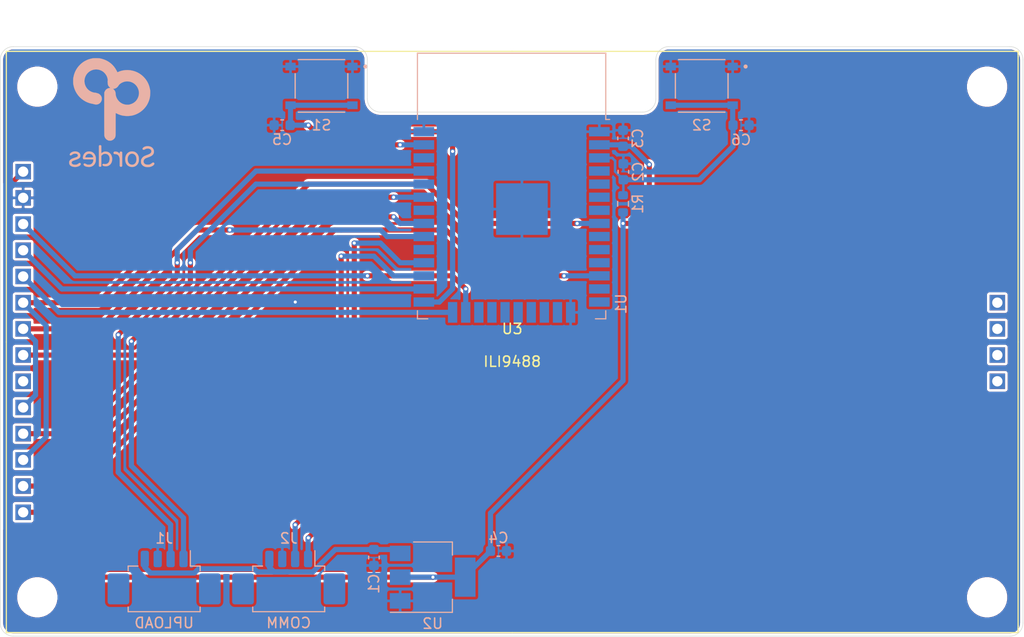
<source format=kicad_pcb>
(kicad_pcb (version 20171130) (host pcbnew "(5.1.12)-1")
  (layers (0 F.Cu signal) (31 B.Cu signal) (34 B.Paste user) (35 F.Paste user) (36 B.SilkS user) (37 F.SilkS user) (38 B.Mask user) (39 F.Mask user) (44 Edge.Cuts user))
  (net 0 "")
  (net 1 +5V)
  (net 2 GND)
  (net 3 /EN)
  (net 4 +3V3)
  (net 5 /IO0)
  (net 6 /TXD)
  (net 7 /RXD)
  (net 8 /TX)
  (net 9 /RX)
  (net 10 "Net-(U1-Pad4)")
  (net 11 "Net-(U1-Pad5)")
  (net 12 "Net-(U1-Pad6)")
  (net 13 "Net-(U1-Pad7)")
  (net 14 /IO32)
  (net 15 "Net-(U1-Pad9)")
  (net 16 "Net-(U1-Pad10)")
  (net 17 "Net-(U1-Pad11)")
  (net 18 /IO27)
  (net 19 "Net-(U1-Pad13)")
  (net 20 "Net-(U1-Pad14)")
  (net 21 "Net-(U1-Pad16)")
  (net 22 "Net-(U1-Pad17)")
  (net 23 "Net-(U1-Pad18)")
  (net 24 "Net-(U1-Pad19)")
  (net 25 "Net-(U1-Pad20)")
  (net 26 "Net-(U1-Pad21)")
  (net 27 "Net-(U1-Pad22)")
  (net 28 /IO15)
  (net 29 /IO2)
  (net 30 /IO4)
  (net 31 "Net-(U1-Pad29)")
  (net 32 /IO18)
  (net 33 /IO19)
  (net 34 "Net-(U1-Pad32)")
  (net 35 /IO21)
  (net 36 "Net-(U1-Pad36)")
  (net 37 /IO23)
  (net 38 "Net-(U3-Pad9)")
  (net 39 "Net-(U3-Pad15)")
  (net 40 "Net-(U3-Pad16)")
  (net 41 "Net-(U3-Pad17)")
  (net 42 "Net-(U3-Pad18)")
  (module KIcad:sordes (layer B.Cu) (at 113.03 64.77 180)
    (fp_text reference G*** hide)
    (fp_text value LOGO hide)
  )
  (module Capacitor_SMD:C_0603_1608Metric (layer B.Cu) (at 138.43 107.95 270)
    (fp_text reference C1 (at 2.54 0 90) (layer B.SilkS) (effects (justify mirror)))
    (fp_text value 100nf)
    (pad 1 smd roundrect (at -0.775 0 270) (size 0.9 0.95) (layers B.Cu B.Paste B.Mask) (net 1 +5V))
    (pad 2 smd roundrect (at 0.775 0 270) (size 0.9 0.95) (layers B.Cu B.Paste B.Mask) (net 2 GND))
  )
  (module Capacitor_SMD:C_0603_1608Metric (layer B.Cu) (at 162.589999 70.554999 90)
    (fp_text reference C2 (at 0 1.43 90) (layer B.SilkS) (effects (justify mirror)))
    (fp_text value 100nf)
    (pad 2 smd roundrect (at 0.775 0 90) (size 0.9 0.95) (layers B.Cu B.Paste B.Mask) (net 2 GND))
    (pad 1 smd roundrect (at -0.775 0 90) (size 0.9 0.95) (layers B.Cu B.Paste B.Mask) (net 3 /EN))
  )
  (module Capacitor_SMD:C_0603_1608Metric (layer B.Cu) (at 162.56 67.31 90)
    (fp_text reference C3 (at 0 1.43 90) (layer B.SilkS) (effects (justify mirror)))
    (fp_text value 100nf)
    (pad 1 smd roundrect (at -0.775 0 90) (size 0.9 0.95) (layers B.Cu B.Paste B.Mask) (net 4 +3V3))
    (pad 2 smd roundrect (at 0.775 0 90) (size 0.9 0.95) (layers B.Cu B.Paste B.Mask) (net 2 GND))
  )
  (module Capacitor_SMD:C_0603_1608Metric (layer B.Cu) (at 150.495 107.315)
    (fp_text reference C4 (at 0 -1.27) (layer B.SilkS) (effects (justify mirror)))
    (fp_text value 100nf)
    (pad 2 smd roundrect (at 0.775 0) (size 0.9 0.95) (layers B.Cu B.Paste B.Mask) (net 2 GND))
    (pad 1 smd roundrect (at -0.775 0) (size 0.9 0.95) (layers B.Cu B.Paste B.Mask) (net 4 +3V3))
  )
  (module Capacitor_SMD:C_0603_1608Metric (layer B.Cu) (at 129.54 66.04 180)
    (fp_text reference C5 (at 0 -1.397) (layer B.SilkS) (effects (justify mirror)))
    (fp_text value 100nf)
    (pad 2 smd roundrect (at 0.775 0 180) (size 0.9 0.95) (layers B.Cu B.Paste B.Mask) (net 2 GND))
    (pad 1 smd roundrect (at -0.775 0 180) (size 0.9 0.95) (layers B.Cu B.Paste B.Mask) (net 5 /IO0))
  )
  (module Capacitor_SMD:C_0603_1608Metric (layer B.Cu) (at 173.99 66.04)
    (fp_text reference C6 (at 0 1.43) (layer B.SilkS) (effects (justify mirror)))
    (fp_text value 100nf)
    (pad 1 smd roundrect (at -0.775 0) (size 0.9 0.95) (layers B.Cu B.Paste B.Mask) (net 3 /EN))
    (pad 2 smd roundrect (at 0.775 0) (size 0.9 0.95) (layers B.Cu B.Paste B.Mask) (net 2 GND))
  )
  (module Connector_Molex:Molex_PicoBlade_53261-0471_1x04-1MP_P1.25mm_Horizontal (layer B.Cu) (at 118.11 110.49 180)
    (fp_text reference J1 (at 0 4.4) (layer B.SilkS) (effects (justify mirror)))
    (fp_text value UPLOAD (at 0 -3.8) (layer B.SilkS) (effects (justify mirror)))
    (pad MP smd roundrect (at 4.425 -0.5 180) (size 2.1 3) (layers B.Cu B.Paste B.Mask) (roundrect_rratio 0.119047619047619))
    (pad MP smd roundrect (at -4.425 -0.5 180) (size 2.1 3) (layers B.Cu B.Paste B.Mask) (roundrect_rratio 0.119047619047619))
    (pad 4 smd roundrect (at 1.875 2.4 180) (size 0.8 1.6) (layers B.Cu B.Paste B.Mask) (net 1 +5V))
    (pad 3 smd roundrect (at 0.625 2.4 180) (size 0.8 1.6) (layers B.Cu B.Paste B.Mask) (net 2 GND))
    (pad 2 smd roundrect (at -0.625 2.4 180) (size 0.8 1.6) (layers B.Cu B.Paste B.Mask) (net 6 /TXD))
    (pad 1 smd roundrect (at -1.875 2.4 180) (size 0.8 1.6) (layers B.Cu B.Paste B.Mask) (net 7 /RXD))
  )
  (module Connector_Molex:Molex_PicoBlade_53261-0471_1x04-1MP_P1.25mm_Horizontal (layer B.Cu) (at 130.175 110.49 180)
    (fp_text reference J2 (at 0 4.4) (layer B.SilkS) (effects (justify mirror)))
    (fp_text value COMM (at 0 -3.8) (layer B.SilkS) (effects (justify mirror)))
    (pad 1 smd roundrect (at -1.875 2.4 180) (size 0.8 1.6) (layers B.Cu B.Paste B.Mask) (net 8 /TX))
    (pad 2 smd roundrect (at -0.625 2.4 180) (size 0.8 1.6) (layers B.Cu B.Paste B.Mask) (net 9 /RX))
    (pad 3 smd roundrect (at 0.625 2.4 180) (size 0.8 1.6) (layers B.Cu B.Paste B.Mask) (net 2 GND))
    (pad 4 smd roundrect (at 1.875 2.4 180) (size 0.8 1.6) (layers B.Cu B.Paste B.Mask) (net 1 +5V))
    (pad MP smd roundrect (at -4.425 -0.5 180) (size 2.1 3) (layers B.Cu B.Paste B.Mask) (roundrect_rratio 0.119047619047619))
    (pad MP smd roundrect (at 4.425 -0.5 180) (size 2.1 3) (layers B.Cu B.Paste B.Mask) (roundrect_rratio 0.119047619047619))
  )
  (module Resistor_SMD:R_0603_1608Metric (layer B.Cu) (at 162.56 73.66 90)
    (fp_text reference R1 (at 0 1.43 90) (layer B.SilkS) (effects (justify mirror)))
    (fp_text value 10k)
    (pad 1 smd roundrect (at -0.825 0 90) (size 0.8 0.95) (layers B.Cu B.Paste B.Mask) (net 4 +3V3))
    (pad 2 smd roundrect (at 0.825 0 90) (size 0.8 0.95) (layers B.Cu B.Paste B.Mask) (net 3 /EN))
  )
  (module KIcad:SW_TS-1187A-B-A-B (layer B.Cu) (at 133.35 62.23 180)
    (fp_text reference S1 (at 0 -3.81) (layer B.SilkS) (effects (justify mirror)))
    (fp_text value IO0)
    (pad A smd rect (at -3 1.875 180) (size 1 0.75) (layers B.Cu B.Paste B.Mask) (net 2 GND))
    (pad B smd rect (at 3 1.875 180) (size 1 0.75) (layers B.Cu B.Paste B.Mask) (net 2 GND))
    (pad C smd rect (at -3 -1.875 180) (size 1 0.75) (layers B.Cu B.Paste B.Mask) (net 5 /IO0))
    (pad D smd rect (at 3 -1.875 180) (size 1 0.75) (layers B.Cu B.Paste B.Mask) (net 5 /IO0))
  )
  (module KIcad:SW_TS-1187A-B-A-B (layer B.Cu) (at 170.18 62.23 180)
    (fp_text reference S2 (at 0 -3.81) (layer B.SilkS) (effects (justify mirror)))
    (fp_text value EN)
    (pad D smd rect (at 3 -1.875 180) (size 1 0.75) (layers B.Cu B.Paste B.Mask) (net 3 /EN))
    (pad C smd rect (at -3 -1.875 180) (size 1 0.75) (layers B.Cu B.Paste B.Mask) (net 3 /EN))
    (pad B smd rect (at 3 1.875 180) (size 1 0.75) (layers B.Cu B.Paste B.Mask) (net 2 GND))
    (pad A smd rect (at -3 1.875 180) (size 1 0.75) (layers B.Cu B.Paste B.Mask) (net 2 GND))
  )
  (module RF_Module:ESP32-WROOM-32 (layer B.Cu) (at 151.765 74.93 180)
    (fp_text reference U1 (at -10.61 -8.43 270) (layer B.SilkS) (effects (justify mirror)))
    (fp_text value ESP32-WROOM-32)
    (pad 39 smd rect (at -1 0.755 180) (size 5 5) (layers B.Cu B.Paste B.Mask) (net 2 GND))
    (pad 1 smd rect (at -8.5 8.255 180) (size 2 0.9) (layers B.Cu B.Paste B.Mask) (net 2 GND))
    (pad 2 smd rect (at -8.5 6.985 180) (size 2 0.9) (layers B.Cu B.Paste B.Mask) (net 4 +3V3))
    (pad 3 smd rect (at -8.5 5.715 180) (size 2 0.9) (layers B.Cu B.Paste B.Mask) (net 3 /EN))
    (pad 4 smd rect (at -8.5 4.445 180) (size 2 0.9) (layers B.Cu B.Paste B.Mask) (net 10 "Net-(U1-Pad4)"))
    (pad 5 smd rect (at -8.5 3.175 180) (size 2 0.9) (layers B.Cu B.Paste B.Mask) (net 11 "Net-(U1-Pad5)"))
    (pad 6 smd rect (at -8.5 1.905 180) (size 2 0.9) (layers B.Cu B.Paste B.Mask) (net 12 "Net-(U1-Pad6)"))
    (pad 7 smd rect (at -8.5 0.635 180) (size 2 0.9) (layers B.Cu B.Paste B.Mask) (net 13 "Net-(U1-Pad7)"))
    (pad 8 smd rect (at -8.5 -0.635 180) (size 2 0.9) (layers B.Cu B.Paste B.Mask) (net 14 /IO32))
    (pad 9 smd rect (at -8.5 -1.905 180) (size 2 0.9) (layers B.Cu B.Paste B.Mask) (net 15 "Net-(U1-Pad9)"))
    (pad 10 smd rect (at -8.5 -3.175 180) (size 2 0.9) (layers B.Cu B.Paste B.Mask) (net 16 "Net-(U1-Pad10)"))
    (pad 11 smd rect (at -8.5 -4.445 180) (size 2 0.9) (layers B.Cu B.Paste B.Mask) (net 17 "Net-(U1-Pad11)"))
    (pad 12 smd rect (at -8.5 -5.715 180) (size 2 0.9) (layers B.Cu B.Paste B.Mask) (net 18 /IO27))
    (pad 13 smd rect (at -8.5 -6.985 180) (size 2 0.9) (layers B.Cu B.Paste B.Mask) (net 19 "Net-(U1-Pad13)"))
    (pad 14 smd rect (at -8.5 -8.255 180) (size 2 0.9) (layers B.Cu B.Paste B.Mask) (net 20 "Net-(U1-Pad14)"))
    (pad 15 smd rect (at -5.715 -9.255 90) (size 2 0.9) (layers B.Cu B.Paste B.Mask) (net 2 GND))
    (pad 16 smd rect (at -4.445 -9.255 90) (size 2 0.9) (layers B.Cu B.Paste B.Mask) (net 21 "Net-(U1-Pad16)"))
    (pad 17 smd rect (at -3.175 -9.255 90) (size 2 0.9) (layers B.Cu B.Paste B.Mask) (net 22 "Net-(U1-Pad17)"))
    (pad 18 smd rect (at -1.905 -9.255 90) (size 2 0.9) (layers B.Cu B.Paste B.Mask) (net 23 "Net-(U1-Pad18)"))
    (pad 19 smd rect (at -0.635 -9.255 90) (size 2 0.9) (layers B.Cu B.Paste B.Mask) (net 24 "Net-(U1-Pad19)"))
    (pad 20 smd rect (at 0.635 -9.255 90) (size 2 0.9) (layers B.Cu B.Paste B.Mask) (net 25 "Net-(U1-Pad20)"))
    (pad 21 smd rect (at 1.905 -9.255 90) (size 2 0.9) (layers B.Cu B.Paste B.Mask) (net 26 "Net-(U1-Pad21)"))
    (pad 22 smd rect (at 3.175 -9.255 90) (size 2 0.9) (layers B.Cu B.Paste B.Mask) (net 27 "Net-(U1-Pad22)"))
    (pad 23 smd rect (at 4.445 -9.255 90) (size 2 0.9) (layers B.Cu B.Paste B.Mask) (net 28 /IO15))
    (pad 24 smd rect (at 5.715 -9.255 90) (size 2 0.9) (layers B.Cu B.Paste B.Mask) (net 29 /IO2))
    (pad 25 smd rect (at 8.5 -8.255 180) (size 2 0.9) (layers B.Cu B.Paste B.Mask) (net 5 /IO0))
    (pad 26 smd rect (at 8.5 -6.985 180) (size 2 0.9) (layers B.Cu B.Paste B.Mask) (net 30 /IO4))
    (pad 27 smd rect (at 8.5 -5.715 180) (size 2 0.9) (layers B.Cu B.Paste B.Mask) (net 9 /RX))
    (pad 28 smd rect (at 8.5 -4.445 180) (size 2 0.9) (layers B.Cu B.Paste B.Mask) (net 8 /TX))
    (pad 29 smd rect (at 8.5 -3.175 180) (size 2 0.9) (layers B.Cu B.Paste B.Mask) (net 31 "Net-(U1-Pad29)"))
    (pad 30 smd rect (at 8.5 -1.905 180) (size 2 0.9) (layers B.Cu B.Paste B.Mask) (net 32 /IO18))
    (pad 31 smd rect (at 8.5 -0.635 180) (size 2 0.9) (layers B.Cu B.Paste B.Mask) (net 33 /IO19))
    (pad 32 smd rect (at 8.5 0.635 180) (size 2 0.9) (layers B.Cu B.Paste B.Mask) (net 34 "Net-(U1-Pad32)"))
    (pad 33 smd rect (at 8.5 1.905 180) (size 2 0.9) (layers B.Cu B.Paste B.Mask) (net 35 /IO21))
    (pad 34 smd rect (at 8.5 3.175 180) (size 2 0.9) (layers B.Cu B.Paste B.Mask) (net 7 /RXD))
    (pad 35 smd rect (at 8.5 4.445 180) (size 2 0.9) (layers B.Cu B.Paste B.Mask) (net 6 /TXD))
    (pad 36 smd rect (at 8.5 5.715 180) (size 2 0.9) (layers B.Cu B.Paste B.Mask) (net 36 "Net-(U1-Pad36)"))
    (pad 37 smd rect (at 8.5 6.985 180) (size 2 0.9) (layers B.Cu B.Paste B.Mask) (net 37 /IO23))
    (pad 38 smd rect (at 8.5 8.255 180) (size 2 0.9) (layers B.Cu B.Paste B.Mask) (net 2 GND))
  )
  (module Package_TO_SOT_SMD:SOT-223-3_TabPin2 (layer B.Cu) (at 144.12 109.855)
    (fp_text reference U2 (at 0 4.5) (layer B.SilkS) (effects (justify mirror)))
    (fp_text value AMS1117-3.3)
    (pad 2 smd rect (at 3.15 0) (size 2 3.8) (layers B.Cu B.Paste B.Mask) (net 4 +3V3))
    (pad 2 smd rect (at -3.15 0) (size 2 1.5) (layers B.Cu B.Paste B.Mask) (net 4 +3V3))
    (pad 3 smd rect (at -3.15 -2.3) (size 2 1.5) (layers B.Cu B.Paste B.Mask) (net 1 +5V))
    (pad 1 smd rect (at -3.15 2.3) (size 2 1.5) (layers B.Cu B.Paste B.Mask) (net 2 GND))
  )
  (module KIcad:ILI9488 (layer F.Cu) (at 151.825001 87.055001)
    (fp_text reference U3 (at 0 -1.27) (layer F.SilkS))
    (fp_text value ILI9488 (at 0 1.905) (layer F.SilkS))
    (pad "" np_thru_hole circle (at -46 -24.75) (size 3.4 3.4) (drill 3.4) (layers *.Cu *.Mask))
    (pad "" np_thru_hole circle (at -46 24.75) (size 3.4 3.4) (drill 3.4) (layers *.Cu *.Mask))
    (pad "" np_thru_hole circle (at 46 24.75) (size 3.4 3.4) (drill 3.4) (layers *.Cu *.Mask))
    (pad "" np_thru_hole circle (at 46 -24.75) (size 3.4 3.4) (drill 3.4) (layers *.Cu *.Mask))
    (pad 1 thru_hole rect (at -47.371 -16.51) (size 1.5 1.5) (drill 1) (layers *.Cu *.Mask) (net 4 +3V3))
    (pad 2 thru_hole rect (at -47.371 -13.97) (size 1.5 1.5) (drill 1) (layers *.Cu *.Mask) (net 2 GND))
    (pad 3 thru_hole rect (at -47.371 -11.43) (size 1.5 1.5) (drill 1) (layers *.Cu *.Mask) (net 28 /IO15))
    (pad 4 thru_hole rect (at -47.371 -8.89) (size 1.5 1.5) (drill 1) (layers *.Cu *.Mask) (net 30 /IO4))
    (pad 5 thru_hole rect (at -47.371 -6.35) (size 1.5 1.5) (drill 1) (layers *.Cu *.Mask) (net 29 /IO2))
    (pad 6 thru_hole rect (at -47.371 -3.81) (size 1.5 1.5) (drill 1) (layers *.Cu *.Mask) (net 37 /IO23))
    (pad 7 thru_hole rect (at -47.371 -1.27) (size 1.5 1.5) (drill 1) (layers *.Cu *.Mask) (net 32 /IO18))
    (pad 8 thru_hole rect (at -47.371 1.27) (size 1.5 1.5) (drill 1) (layers *.Cu *.Mask) (net 14 /IO32))
    (pad 9 thru_hole rect (at -47.371 3.81) (size 1.5 1.5) (drill 1) (layers *.Cu *.Mask) (net 38 "Net-(U3-Pad9)"))
    (pad 10 thru_hole rect (at -47.371 6.35) (size 1.5 1.5) (drill 1) (layers *.Cu *.Mask) (net 32 /IO18))
    (pad 11 thru_hole rect (at -47.371 8.89) (size 1.5 1.5) (drill 1) (layers *.Cu *.Mask) (net 35 /IO21))
    (pad 12 thru_hole rect (at -47.371 11.43) (size 1.5 1.5) (drill 1) (layers *.Cu *.Mask) (net 37 /IO23))
    (pad 13 thru_hole rect (at -47.371 13.97) (size 1.5 1.5) (drill 1) (layers *.Cu *.Mask) (net 33 /IO19))
    (pad 14 thru_hole rect (at -47.371 16.51) (size 1.5 1.5) (drill 1) (layers *.Cu *.Mask) (net 18 /IO27))
    (pad 15 thru_hole rect (at 46.99 -3.81) (size 1.5 1.5) (drill 1) (layers *.Cu *.Mask) (net 39 "Net-(U3-Pad15)"))
    (pad 16 thru_hole rect (at 46.99 -1.27) (size 1.5 1.5) (drill 1) (layers *.Cu *.Mask) (net 40 "Net-(U3-Pad16)"))
    (pad 17 thru_hole rect (at 46.99 1.27) (size 1.5 1.5) (drill 1) (layers *.Cu *.Mask) (net 41 "Net-(U3-Pad17)"))
    (pad 18 thru_hole rect (at 46.99 3.81) (size 1.5 1.5) (drill 1) (layers *.Cu *.Mask) (net 42 "Net-(U3-Pad18)"))
  )
  (gr_line (start 200.025 58.42) (end 167.005 58.42) (layer Edge.Cuts) (width 0.05))
  (gr_line (start 201.295 114.3) (end 201.295 59.69) (layer Edge.Cuts) (width 0.05))
  (gr_line (start 103.505 115.57) (end 200.025 115.57) (layer Edge.Cuts) (width 0.05))
  (gr_line (start 102.235 59.69) (end 102.235 114.3) (layer Edge.Cuts) (width 0.05))
  (gr_line (start 103.505 58.42) (end 136.525 58.42) (layer Edge.Cuts) (width 0.05))
  (gr_arc (start 103.505 59.69) (end 103.505 58.42) (angle -90) (layer Edge.Cuts) (width 0.05))
  (gr_arc (start 103.505 114.3) (end 102.235 114.3) (angle -90) (layer Edge.Cuts) (width 0.05))
  (gr_arc (start 200.025 114.3) (end 200.025 115.57) (angle -90) (layer Edge.Cuts) (width 0.05))
  (gr_arc (start 200.025 59.69) (end 201.295 59.69) (angle -90) (layer Edge.Cuts) (width 0.05))
  (gr_line (start 165.735 63.5) (end 165.735 59.69) (layer Edge.Cuts) (width 0.05))
  (gr_line (start 139.065 64.77) (end 164.465 64.77) (layer Edge.Cuts) (width 0.05))
  (gr_line (start 137.795 59.69) (end 137.795 63.5) (layer Edge.Cuts) (width 0.05))
  (gr_arc (start 136.525 59.69) (end 137.795 59.69) (angle -90) (layer Edge.Cuts) (width 0.05))
  (gr_arc (start 167.005 59.69) (end 167.005 58.42) (angle -90) (layer Edge.Cuts) (width 0.05))
  (gr_arc (start 139.065 63.5) (end 137.795 63.5) (angle -90) (layer Edge.Cuts) (width 0.05))
  (gr_arc (start 164.465 63.5) (end 164.465 64.77) (angle -90) (layer Edge.Cuts) (width 0.05))
  (segment (start 116.795044 109.450044) (end 121.03499 109.450044) (width 0.5) (layer B.Cu) (net 1))
  (segment (start 116.235 108.89) (end 116.795044 109.450044) (width 0.5) (layer B.Cu) (net 1))
  (segment (start 116.235 108.09) (end 116.235 108.89) (width 0.5) (layer B.Cu) (net 1))
  (segment (start 121.445044 109.03999) (end 121.03499 109.450044) (width 0.5) (layer B.Cu) (net 1))
  (segment (start 126.839956 109.03999) (end 121.445044 109.03999) (width 0.5) (layer B.Cu) (net 1))
  (segment (start 127.139976 109.34001) (end 126.839956 109.03999) (width 0.5) (layer B.Cu) (net 1))
  (segment (start 134.684254 107.175) (end 132.519244 109.34001) (width 0.5) (layer B.Cu) (net 1))
  (segment (start 138.43 107.175) (end 134.684254 107.175) (width 0.5) (layer B.Cu) (net 1))
  (segment (start 128.75001 109.34001) (end 130.05499 109.34001) (width 0.5) (layer B.Cu) (net 1))
  (segment (start 128.3 108.89) (end 128.75001 109.34001) (width 0.5) (layer B.Cu) (net 1))
  (segment (start 128.3 108.09) (end 128.3 108.89) (width 0.5) (layer B.Cu) (net 1))
  (segment (start 130.05499 109.34001) (end 127.139976 109.34001) (width 0.5) (layer B.Cu) (net 1))
  (segment (start 132.519244 109.34001) (end 130.05499 109.34001) (width 0.5) (layer B.Cu) (net 1))
  (segment (start 140.59 107.175) (end 140.97 107.555) (width 0.5) (layer B.Cu) (net 1))
  (segment (start 138.43 107.175) (end 140.59 107.175) (width 0.5) (layer B.Cu) (net 1))
  (via (at 130.81 83.185) (size 0.5) (drill 0.3) (layers F.Cu B.Cu) (net 2))
  (segment (start 161.789989 70.529989) (end 162.589999 71.329999) (width 0.25) (layer B.Cu) (net 3))
  (segment (start 161.789989 69.489989) (end 161.789989 70.529989) (width 0.25) (layer B.Cu) (net 3))
  (segment (start 161.515 69.215) (end 161.789989 69.489989) (width 0.25) (layer B.Cu) (net 3))
  (segment (start 160.265 69.215) (end 161.515 69.215) (width 0.25) (layer B.Cu) (net 3))
  (segment (start 162.589999 72.805001) (end 162.56 72.835) (width 0.25) (layer B.Cu) (net 3))
  (segment (start 162.589999 71.329999) (end 162.589999 72.805001) (width 0.25) (layer B.Cu) (net 3))
  (segment (start 167.18 64.105) (end 173.18 64.105) (width 0.5) (layer B.Cu) (net 3))
  (segment (start 173.18 66.005) (end 173.215 66.04) (width 0.5) (layer B.Cu) (net 3))
  (segment (start 173.18 64.105) (end 173.18 66.005) (width 0.5) (layer B.Cu) (net 3))
  (segment (start 173.215 66.04) (end 173.215 68.085) (width 0.5) (layer B.Cu) (net 3))
  (segment (start 169.970001 71.329999) (end 162.589999 71.329999) (width 0.5) (layer B.Cu) (net 3))
  (segment (start 173.215 68.085) (end 169.970001 71.329999) (width 0.5) (layer B.Cu) (net 3))
  (segment (start 140.97 109.855) (end 147.27 109.855) (width 0.5) (layer B.Cu) (net 4))
  (segment (start 147.27 109.765) (end 149.72 107.315) (width 0.5) (layer B.Cu) (net 4))
  (segment (start 147.27 109.855) (end 147.27 109.765) (width 0.5) (layer B.Cu) (net 4))
  (segment (start 149.72 107.315) (end 149.72 103.645) (width 0.5) (layer B.Cu) (net 4))
  (segment (start 162.56 90.805) (end 162.56 75.565) (width 0.5) (layer B.Cu) (net 4))
  (segment (start 149.72 103.645) (end 162.56 90.805) (width 0.5) (layer B.Cu) (net 4))
  (segment (start 162.42 67.945) (end 162.56 68.085) (width 0.5) (layer B.Cu) (net 4))
  (segment (start 160.265 67.945) (end 162.42 67.945) (width 0.5) (layer B.Cu) (net 4))
  (segment (start 162.56 68.085) (end 163.335 68.085) (width 0.5) (layer B.Cu) (net 4))
  (segment (start 163.335 68.085) (end 165.1 69.85) (width 0.5) (layer B.Cu) (net 4))
  (via (at 165.1 69.85) (size 0.5) (drill 0.3) (layers F.Cu B.Cu) (net 4))
  (segment (start 162.56 75.565) (end 162.56 74.485) (width 0.5) (layer B.Cu) (net 4))
  (via (at 162.56 75.565) (size 0.5) (drill 0.3) (layers F.Cu B.Cu) (net 4))
  (segment (start 162.56 75.565) (end 163.195 75.565) (width 0.5) (layer F.Cu) (net 4))
  (segment (start 165.1 73.66) (end 165.1 69.85) (width 0.5) (layer F.Cu) (net 4))
  (segment (start 163.195 75.565) (end 165.1 73.66) (width 0.5) (layer F.Cu) (net 4))
  (segment (start 104.454001 70.545001) (end 102.87 72.129002) (width 0.5) (layer F.Cu) (net 4))
  (segment (start 102.87 104.775) (end 107.95 109.855) (width 0.5) (layer F.Cu) (net 4))
  (segment (start 102.87 72.129002) (end 102.87 104.775) (width 0.5) (layer F.Cu) (net 4))
  (segment (start 107.95 109.855) (end 144.145 109.855) (width 0.5) (layer F.Cu) (net 4))
  (segment (start 144.145 109.855) (end 144.145 109.855) (width 0.5) (layer F.Cu) (net 4))
  (via (at 144.145 109.855) (size 0.5) (drill 0.3) (layers F.Cu B.Cu) (net 4))
  (segment (start 144.765 83.185) (end 146.05 81.9) (width 0.5) (layer B.Cu) (net 5))
  (segment (start 143.265 83.185) (end 144.765 83.185) (width 0.5) (layer B.Cu) (net 5))
  (segment (start 146.05 81.9) (end 146.05 68.58) (width 0.5) (layer B.Cu) (net 5))
  (via (at 146.05 68.58) (size 0.5) (drill 0.3) (layers F.Cu B.Cu) (net 5))
  (segment (start 146.05 68.58) (end 146.05 67.945) (width 0.5) (layer F.Cu) (net 5))
  (segment (start 146.05 67.945) (end 144.78 66.675) (width 0.5) (layer F.Cu) (net 5))
  (segment (start 144.78 66.675) (end 132.715 66.675) (width 0.5) (layer F.Cu) (net 5))
  (segment (start 132.715 66.675) (end 132.08 66.04) (width 0.5) (layer F.Cu) (net 5))
  (via (at 132.08 66.04) (size 0.5) (drill 0.3) (layers F.Cu B.Cu) (net 5))
  (segment (start 130.315 66.04) (end 132.08 66.04) (width 0.5) (layer B.Cu) (net 5))
  (segment (start 130.35 64.105) (end 136.35 64.105) (width 0.5) (layer B.Cu) (net 5))
  (segment (start 130.35 66.005) (end 130.315 66.04) (width 0.5) (layer B.Cu) (net 5))
  (segment (start 130.35 64.105) (end 130.35 66.005) (width 0.5) (layer B.Cu) (net 5))
  (segment (start 143.265 70.485) (end 127 70.485) (width 0.5) (layer B.Cu) (net 6))
  (segment (start 127 70.485) (end 119.38 78.105) (width 0.5) (layer B.Cu) (net 6))
  (segment (start 119.38 78.105) (end 119.38 79.375) (width 0.5) (layer B.Cu) (net 6))
  (via (at 119.38 79.375) (size 0.5) (drill 0.3) (layers F.Cu B.Cu) (net 6))
  (segment (start 119.38 79.375) (end 119.38 80.645) (width 0.5) (layer F.Cu) (net 6))
  (segment (start 119.38 80.645) (end 113.665 86.36) (width 0.5) (layer F.Cu) (net 6))
  (via (at 113.665 86.36) (size 0.5) (drill 0.3) (layers F.Cu B.Cu) (net 6))
  (segment (start 113.665 86.36) (end 113.665 99.695) (width 0.5) (layer B.Cu) (net 6))
  (segment (start 118.735 104.765) (end 118.735 108.09) (width 0.5) (layer B.Cu) (net 6))
  (segment (start 113.665 99.695) (end 118.735 104.765) (width 0.5) (layer B.Cu) (net 6))
  (segment (start 143.265 71.755) (end 127 71.755) (width 0.5) (layer B.Cu) (net 7))
  (segment (start 127 71.755) (end 120.65 78.105) (width 0.5) (layer B.Cu) (net 7))
  (segment (start 120.65 78.105) (end 120.65 79.375) (width 0.5) (layer B.Cu) (net 7))
  (via (at 120.65 79.375) (size 0.5) (drill 0.3) (layers F.Cu B.Cu) (net 7))
  (segment (start 120.65 79.375) (end 120.65 81.28) (width 0.5) (layer F.Cu) (net 7))
  (segment (start 120.65 81.28) (end 114.935 86.995) (width 0.5) (layer F.Cu) (net 7))
  (via (at 114.935 86.995) (size 0.5) (drill 0.3) (layers F.Cu B.Cu) (net 7))
  (segment (start 114.935 86.995) (end 114.935 99.06) (width 0.5) (layer B.Cu) (net 7))
  (segment (start 119.985 104.11) (end 119.985 108.09) (width 0.5) (layer B.Cu) (net 7))
  (segment (start 114.935 99.06) (end 119.985 104.11) (width 0.5) (layer B.Cu) (net 7))
  (segment (start 143.265 79.375) (end 140.97 79.375) (width 0.5) (layer B.Cu) (net 8))
  (segment (start 140.97 79.375) (end 139.065 77.47) (width 0.5) (layer B.Cu) (net 8))
  (segment (start 139.065 77.47) (end 136.525 77.47) (width 0.5) (layer B.Cu) (net 8))
  (via (at 136.525 77.47) (size 0.5) (drill 0.3) (layers F.Cu B.Cu) (net 8))
  (segment (start 136.525 77.47) (end 136.525 101.6) (width 0.5) (layer F.Cu) (net 8))
  (segment (start 136.525 101.6) (end 132.08 106.045) (width 0.5) (layer F.Cu) (net 8))
  (via (at 132.08 106.045) (size 0.5) (drill 0.3) (layers F.Cu B.Cu) (net 8))
  (segment (start 132.05 106.075) (end 132.08 106.045) (width 0.5) (layer B.Cu) (net 8))
  (segment (start 132.05 108.09) (end 132.05 106.075) (width 0.5) (layer B.Cu) (net 8))
  (segment (start 143.265 80.645) (end 140.335 80.645) (width 0.5) (layer B.Cu) (net 9))
  (segment (start 140.335 80.645) (end 138.43 78.74) (width 0.5) (layer B.Cu) (net 9))
  (segment (start 138.43 78.74) (end 135.255 78.74) (width 0.5) (layer B.Cu) (net 9))
  (via (at 135.255 78.74) (size 0.5) (drill 0.3) (layers F.Cu B.Cu) (net 9))
  (segment (start 135.255 78.74) (end 135.255 100.33) (width 0.5) (layer F.Cu) (net 9))
  (segment (start 135.255 100.33) (end 130.81 104.775) (width 0.5) (layer F.Cu) (net 9))
  (via (at 130.81 104.775) (size 0.5) (drill 0.3) (layers F.Cu B.Cu) (net 9))
  (segment (start 130.8 104.785) (end 130.81 104.775) (width 0.5) (layer B.Cu) (net 9))
  (segment (start 130.8 108.09) (end 130.8 104.785) (width 0.5) (layer B.Cu) (net 9))
  (segment (start 104.454001 88.325001) (end 115.509999 88.325001) (width 0.5) (layer F.Cu) (net 14))
  (segment (start 115.509999 88.325001) (end 132.08 71.755) (width 0.5) (layer F.Cu) (net 14))
  (segment (start 132.08 71.755) (end 143.51 71.755) (width 0.5) (layer F.Cu) (net 14))
  (segment (start 143.51 71.755) (end 147.32 75.565) (width 0.5) (layer F.Cu) (net 14))
  (segment (start 147.32 75.565) (end 158.115 75.565) (width 0.5) (layer F.Cu) (net 14))
  (via (at 158.115 75.565) (size 0.5) (drill 0.3) (layers F.Cu B.Cu) (net 14))
  (segment (start 160.265 75.565) (end 158.115 75.565) (width 0.5) (layer B.Cu) (net 14))
  (segment (start 104.454001 103.565001) (end 107.254999 103.565001) (width 0.5) (layer F.Cu) (net 18))
  (segment (start 107.254999 103.565001) (end 134.62 76.2) (width 0.5) (layer F.Cu) (net 18))
  (segment (start 134.62 76.2) (end 145.415 76.2) (width 0.5) (layer F.Cu) (net 18))
  (segment (start 145.415 76.2) (end 149.86 80.645) (width 0.5) (layer F.Cu) (net 18))
  (segment (start 149.86 80.645) (end 156.845 80.645) (width 0.5) (layer F.Cu) (net 18))
  (via (at 156.845 80.645) (size 0.5) (drill 0.3) (layers F.Cu B.Cu) (net 18))
  (segment (start 160.265 80.645) (end 156.845 80.645) (width 0.5) (layer B.Cu) (net 18))
  (segment (start 104.454001 75.625001) (end 109.474 80.645) (width 0.5) (layer B.Cu) (net 28))
  (segment (start 109.474 80.645) (end 124.46 80.645) (width 0.5) (layer B.Cu) (net 28))
  (segment (start 124.46 80.645) (end 137.795 80.645) (width 0.5) (layer B.Cu) (net 28))
  (via (at 137.795 80.645) (size 0.5) (drill 0.3) (layers F.Cu B.Cu) (net 28))
  (segment (start 137.795 80.645) (end 146.05 80.645) (width 0.5) (layer F.Cu) (net 28))
  (segment (start 146.05 80.645) (end 147.32 81.915) (width 0.5) (layer F.Cu) (net 28))
  (via (at 147.32 81.915) (size 0.5) (drill 0.3) (layers F.Cu B.Cu) (net 28))
  (segment (start 147.32 84.185) (end 147.32 81.915) (width 0.5) (layer B.Cu) (net 28))
  (segment (start 107.934 84.185) (end 104.454001 80.705001) (width 0.5) (layer B.Cu) (net 29))
  (segment (start 146.05 84.185) (end 107.934 84.185) (width 0.5) (layer B.Cu) (net 29))
  (segment (start 108.204 81.915) (end 104.454001 78.165001) (width 0.5) (layer B.Cu) (net 30))
  (segment (start 143.265 81.915) (end 108.204 81.915) (width 0.5) (layer B.Cu) (net 30))
  (segment (start 105.654002 92.205) (end 104.454001 93.405001) (width 0.5) (layer B.Cu) (net 32))
  (segment (start 105.654002 86.985002) (end 105.654002 92.205) (width 0.5) (layer B.Cu) (net 32))
  (segment (start 104.454001 85.785001) (end 105.654002 86.985002) (width 0.5) (layer B.Cu) (net 32))
  (segment (start 143.265 76.835) (end 139.7 76.835) (width 0.5) (layer B.Cu) (net 32))
  (segment (start 139.7 76.835) (end 139.065 76.2) (width 0.5) (layer B.Cu) (net 32))
  (segment (start 139.065 76.2) (end 135.255 76.2) (width 0.5) (layer B.Cu) (net 32))
  (segment (start 135.255 76.2) (end 124.46 76.2) (width 0.5) (layer B.Cu) (net 32))
  (via (at 124.46 76.2) (size 0.5) (drill 0.3) (layers F.Cu B.Cu) (net 32))
  (segment (start 124.46 76.2) (end 121.285 76.2) (width 0.5) (layer F.Cu) (net 32))
  (segment (start 111.699999 85.785001) (end 104.454001 85.785001) (width 0.5) (layer F.Cu) (net 32))
  (segment (start 121.285 76.2) (end 111.699999 85.785001) (width 0.5) (layer F.Cu) (net 32))
  (segment (start 104.454001 101.025001) (end 107.254999 101.025001) (width 0.5) (layer F.Cu) (net 33))
  (segment (start 107.254999 101.025001) (end 133.35 74.93) (width 0.5) (layer F.Cu) (net 33))
  (segment (start 133.35 74.93) (end 140.335 74.93) (width 0.5) (layer F.Cu) (net 33))
  (via (at 140.335 74.93) (size 0.5) (drill 0.3) (layers F.Cu B.Cu) (net 33))
  (segment (start 140.97 75.565) (end 140.335 74.93) (width 0.5) (layer B.Cu) (net 33))
  (segment (start 143.265 75.565) (end 140.97 75.565) (width 0.5) (layer B.Cu) (net 33))
  (segment (start 104.454001 95.945001) (end 109.794999 95.945001) (width 0.5) (layer F.Cu) (net 35))
  (segment (start 109.794999 95.945001) (end 132.715 73.025) (width 0.5) (layer F.Cu) (net 35))
  (segment (start 132.715 73.025) (end 140.335 73.025) (width 0.5) (layer F.Cu) (net 35))
  (via (at 140.335 73.025) (size 0.5) (drill 0.3) (layers F.Cu B.Cu) (net 35))
  (segment (start 143.265 73.025) (end 140.335 73.025) (width 0.5) (layer B.Cu) (net 35))
  (segment (start 104.454001 98.485001) (end 106.68 96.259002) (width 0.5) (layer B.Cu) (net 37))
  (segment (start 106.68 85.471) (end 104.454001 83.245001) (width 0.5) (layer B.Cu) (net 37))
  (segment (start 106.68 96.259002) (end 106.68 85.471) (width 0.5) (layer B.Cu) (net 37))
  (segment (start 104.454001 83.245001) (end 111.699999 83.245001) (width 0.5) (layer F.Cu) (net 37))
  (segment (start 111.699999 83.245001) (end 127 67.945) (width 0.5) (layer F.Cu) (net 37))
  (segment (start 127 67.945) (end 140.97 67.945) (width 0.5) (layer F.Cu) (net 37))
  (via (at 140.97 67.945) (size 0.5) (drill 0.3) (layers F.Cu B.Cu) (net 37))
  (segment (start 143.265 67.945) (end 140.97 67.945) (width 0.5) (layer B.Cu) (net 37))
  (zone (net 2) (net_name GND) (layer F.Cu) (connect_pads (clearance 0.254)) (min_thickness 0.127) (fill yes (arc_segments 32) (thermal_gap 0.254) (thermal_bridge_width 0.254))
    (polygon (pts (xy 201.295 115.57) (xy 102.235 115.57) (xy 102.235 58.42) (xy 201.295 58.42)))
  )
  (zone (net 2) (net_name GND) (layer B.Cu) (connect_pads (clearance 0.254)) (min_thickness 0.127) (fill yes (arc_segments 32) (thermal_gap 0.254) (thermal_bridge_width 0.254))
    (polygon (pts (xy 201.295 115.57) (xy 102.235 115.57) (xy 102.235 58.42) (xy 201.295 58.42)))
  )
)
</source>
